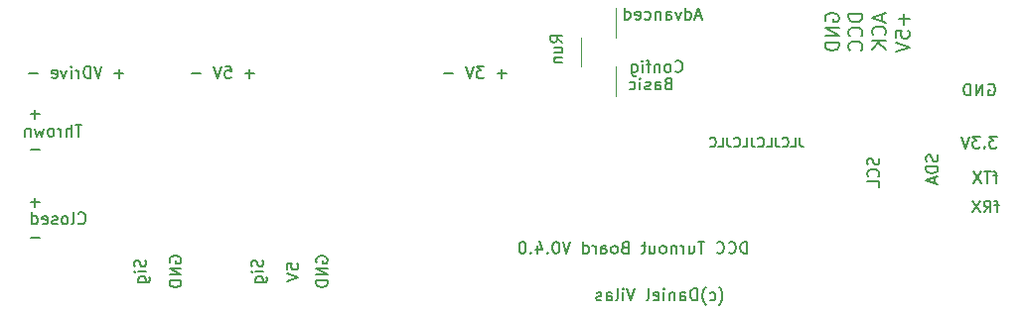
<source format=gbr>
G04 #@! TF.GenerationSoftware,KiCad,Pcbnew,5.1.10-88a1d61d58~90~ubuntu21.04.1*
G04 #@! TF.CreationDate,2021-10-08T15:28:45+02:00*
G04 #@! TF.ProjectId,DccDecoder,44636344-6563-46f6-9465-722e6b696361,rev?*
G04 #@! TF.SameCoordinates,Original*
G04 #@! TF.FileFunction,Legend,Bot*
G04 #@! TF.FilePolarity,Positive*
%FSLAX46Y46*%
G04 Gerber Fmt 4.6, Leading zero omitted, Abs format (unit mm)*
G04 Created by KiCad (PCBNEW 5.1.10-88a1d61d58~90~ubuntu21.04.1) date 2021-10-08 15:28:45*
%MOMM*%
%LPD*%
G01*
G04 APERTURE LIST*
%ADD10C,0.150000*%
%ADD11C,0.120000*%
%ADD12C,0.200000*%
%ADD13O,1.000000X1.000000*%
%ADD14R,1.000000X1.000000*%
%ADD15O,1.700000X1.700000*%
%ADD16R,1.700000X1.700000*%
%ADD17C,4.700000*%
%ADD18C,2.000000*%
%ADD19R,2.400000X2.400000*%
%ADD20C,2.400000*%
%ADD21O,1.700000X1.950000*%
G04 APERTURE END LIST*
D10*
X94190476Y-62952380D02*
X94190476Y-61952380D01*
X93952380Y-61952380D01*
X93809523Y-62000000D01*
X93714285Y-62095238D01*
X93666666Y-62190476D01*
X93619047Y-62380952D01*
X93619047Y-62523809D01*
X93666666Y-62714285D01*
X93714285Y-62809523D01*
X93809523Y-62904761D01*
X93952380Y-62952380D01*
X94190476Y-62952380D01*
X92619047Y-62857142D02*
X92666666Y-62904761D01*
X92809523Y-62952380D01*
X92904761Y-62952380D01*
X93047619Y-62904761D01*
X93142857Y-62809523D01*
X93190476Y-62714285D01*
X93238095Y-62523809D01*
X93238095Y-62380952D01*
X93190476Y-62190476D01*
X93142857Y-62095238D01*
X93047619Y-62000000D01*
X92904761Y-61952380D01*
X92809523Y-61952380D01*
X92666666Y-62000000D01*
X92619047Y-62047619D01*
X91619047Y-62857142D02*
X91666666Y-62904761D01*
X91809523Y-62952380D01*
X91904761Y-62952380D01*
X92047619Y-62904761D01*
X92142857Y-62809523D01*
X92190476Y-62714285D01*
X92238095Y-62523809D01*
X92238095Y-62380952D01*
X92190476Y-62190476D01*
X92142857Y-62095238D01*
X92047619Y-62000000D01*
X91904761Y-61952380D01*
X91809523Y-61952380D01*
X91666666Y-62000000D01*
X91619047Y-62047619D01*
X90571428Y-61952380D02*
X90000000Y-61952380D01*
X90285714Y-62952380D02*
X90285714Y-61952380D01*
X89238095Y-62285714D02*
X89238095Y-62952380D01*
X89666666Y-62285714D02*
X89666666Y-62809523D01*
X89619047Y-62904761D01*
X89523809Y-62952380D01*
X89380952Y-62952380D01*
X89285714Y-62904761D01*
X89238095Y-62857142D01*
X88761904Y-62952380D02*
X88761904Y-62285714D01*
X88761904Y-62476190D02*
X88714285Y-62380952D01*
X88666666Y-62333333D01*
X88571428Y-62285714D01*
X88476190Y-62285714D01*
X88142857Y-62285714D02*
X88142857Y-62952380D01*
X88142857Y-62380952D02*
X88095238Y-62333333D01*
X88000000Y-62285714D01*
X87857142Y-62285714D01*
X87761904Y-62333333D01*
X87714285Y-62428571D01*
X87714285Y-62952380D01*
X87095238Y-62952380D02*
X87190476Y-62904761D01*
X87238095Y-62857142D01*
X87285714Y-62761904D01*
X87285714Y-62476190D01*
X87238095Y-62380952D01*
X87190476Y-62333333D01*
X87095238Y-62285714D01*
X86952380Y-62285714D01*
X86857142Y-62333333D01*
X86809523Y-62380952D01*
X86761904Y-62476190D01*
X86761904Y-62761904D01*
X86809523Y-62857142D01*
X86857142Y-62904761D01*
X86952380Y-62952380D01*
X87095238Y-62952380D01*
X85904761Y-62285714D02*
X85904761Y-62952380D01*
X86333333Y-62285714D02*
X86333333Y-62809523D01*
X86285714Y-62904761D01*
X86190476Y-62952380D01*
X86047619Y-62952380D01*
X85952380Y-62904761D01*
X85904761Y-62857142D01*
X85571428Y-62285714D02*
X85190476Y-62285714D01*
X85428571Y-61952380D02*
X85428571Y-62809523D01*
X85380952Y-62904761D01*
X85285714Y-62952380D01*
X85190476Y-62952380D01*
X83761904Y-62428571D02*
X83619047Y-62476190D01*
X83571428Y-62523809D01*
X83523809Y-62619047D01*
X83523809Y-62761904D01*
X83571428Y-62857142D01*
X83619047Y-62904761D01*
X83714285Y-62952380D01*
X84095238Y-62952380D01*
X84095238Y-61952380D01*
X83761904Y-61952380D01*
X83666666Y-62000000D01*
X83619047Y-62047619D01*
X83571428Y-62142857D01*
X83571428Y-62238095D01*
X83619047Y-62333333D01*
X83666666Y-62380952D01*
X83761904Y-62428571D01*
X84095238Y-62428571D01*
X82952380Y-62952380D02*
X83047619Y-62904761D01*
X83095238Y-62857142D01*
X83142857Y-62761904D01*
X83142857Y-62476190D01*
X83095238Y-62380952D01*
X83047619Y-62333333D01*
X82952380Y-62285714D01*
X82809523Y-62285714D01*
X82714285Y-62333333D01*
X82666666Y-62380952D01*
X82619047Y-62476190D01*
X82619047Y-62761904D01*
X82666666Y-62857142D01*
X82714285Y-62904761D01*
X82809523Y-62952380D01*
X82952380Y-62952380D01*
X81761904Y-62952380D02*
X81761904Y-62428571D01*
X81809523Y-62333333D01*
X81904761Y-62285714D01*
X82095238Y-62285714D01*
X82190476Y-62333333D01*
X81761904Y-62904761D02*
X81857142Y-62952380D01*
X82095238Y-62952380D01*
X82190476Y-62904761D01*
X82238095Y-62809523D01*
X82238095Y-62714285D01*
X82190476Y-62619047D01*
X82095238Y-62571428D01*
X81857142Y-62571428D01*
X81761904Y-62523809D01*
X81285714Y-62952380D02*
X81285714Y-62285714D01*
X81285714Y-62476190D02*
X81238095Y-62380952D01*
X81190476Y-62333333D01*
X81095238Y-62285714D01*
X81000000Y-62285714D01*
X80238095Y-62952380D02*
X80238095Y-61952380D01*
X80238095Y-62904761D02*
X80333333Y-62952380D01*
X80523809Y-62952380D01*
X80619047Y-62904761D01*
X80666666Y-62857142D01*
X80714285Y-62761904D01*
X80714285Y-62476190D01*
X80666666Y-62380952D01*
X80619047Y-62333333D01*
X80523809Y-62285714D01*
X80333333Y-62285714D01*
X80238095Y-62333333D01*
X79142857Y-61952380D02*
X78809523Y-62952380D01*
X78476190Y-61952380D01*
X77952380Y-61952380D02*
X77857142Y-61952380D01*
X77761904Y-62000000D01*
X77714285Y-62047619D01*
X77666666Y-62142857D01*
X77619047Y-62333333D01*
X77619047Y-62571428D01*
X77666666Y-62761904D01*
X77714285Y-62857142D01*
X77761904Y-62904761D01*
X77857142Y-62952380D01*
X77952380Y-62952380D01*
X78047619Y-62904761D01*
X78095238Y-62857142D01*
X78142857Y-62761904D01*
X78190476Y-62571428D01*
X78190476Y-62333333D01*
X78142857Y-62142857D01*
X78095238Y-62047619D01*
X78047619Y-62000000D01*
X77952380Y-61952380D01*
X77190476Y-62857142D02*
X77142857Y-62904761D01*
X77190476Y-62952380D01*
X77238095Y-62904761D01*
X77190476Y-62857142D01*
X77190476Y-62952380D01*
X76285714Y-62285714D02*
X76285714Y-62952380D01*
X76523809Y-61904761D02*
X76761904Y-62619047D01*
X76142857Y-62619047D01*
X75761904Y-62857142D02*
X75714285Y-62904761D01*
X75761904Y-62952380D01*
X75809523Y-62904761D01*
X75761904Y-62857142D01*
X75761904Y-62952380D01*
X75095238Y-61952380D02*
X75000000Y-61952380D01*
X74904761Y-62000000D01*
X74857142Y-62047619D01*
X74809523Y-62142857D01*
X74761904Y-62333333D01*
X74761904Y-62571428D01*
X74809523Y-62761904D01*
X74857142Y-62857142D01*
X74904761Y-62904761D01*
X75000000Y-62952380D01*
X75095238Y-62952380D01*
X75190476Y-62904761D01*
X75238095Y-62857142D01*
X75285714Y-62761904D01*
X75333333Y-62571428D01*
X75333333Y-62333333D01*
X75285714Y-62142857D01*
X75238095Y-62047619D01*
X75190476Y-62000000D01*
X75095238Y-61952380D01*
X105404761Y-54809523D02*
X105452380Y-54952380D01*
X105452380Y-55190476D01*
X105404761Y-55285714D01*
X105357142Y-55333333D01*
X105261904Y-55380952D01*
X105166666Y-55380952D01*
X105071428Y-55333333D01*
X105023809Y-55285714D01*
X104976190Y-55190476D01*
X104928571Y-55000000D01*
X104880952Y-54904761D01*
X104833333Y-54857142D01*
X104738095Y-54809523D01*
X104642857Y-54809523D01*
X104547619Y-54857142D01*
X104500000Y-54904761D01*
X104452380Y-55000000D01*
X104452380Y-55238095D01*
X104500000Y-55380952D01*
X105357142Y-56380952D02*
X105404761Y-56333333D01*
X105452380Y-56190476D01*
X105452380Y-56095238D01*
X105404761Y-55952380D01*
X105309523Y-55857142D01*
X105214285Y-55809523D01*
X105023809Y-55761904D01*
X104880952Y-55761904D01*
X104690476Y-55809523D01*
X104595238Y-55857142D01*
X104500000Y-55952380D01*
X104452380Y-56095238D01*
X104452380Y-56190476D01*
X104500000Y-56333333D01*
X104547619Y-56380952D01*
X105452380Y-57285714D02*
X105452380Y-56809523D01*
X104452380Y-56809523D01*
X110404761Y-54535714D02*
X110452380Y-54678571D01*
X110452380Y-54916666D01*
X110404761Y-55011904D01*
X110357142Y-55059523D01*
X110261904Y-55107142D01*
X110166666Y-55107142D01*
X110071428Y-55059523D01*
X110023809Y-55011904D01*
X109976190Y-54916666D01*
X109928571Y-54726190D01*
X109880952Y-54630952D01*
X109833333Y-54583333D01*
X109738095Y-54535714D01*
X109642857Y-54535714D01*
X109547619Y-54583333D01*
X109500000Y-54630952D01*
X109452380Y-54726190D01*
X109452380Y-54964285D01*
X109500000Y-55107142D01*
X110452380Y-55535714D02*
X109452380Y-55535714D01*
X109452380Y-55773809D01*
X109500000Y-55916666D01*
X109595238Y-56011904D01*
X109690476Y-56059523D01*
X109880952Y-56107142D01*
X110023809Y-56107142D01*
X110214285Y-56059523D01*
X110309523Y-56011904D01*
X110404761Y-55916666D01*
X110452380Y-55773809D01*
X110452380Y-55535714D01*
X110166666Y-56488095D02*
X110166666Y-56964285D01*
X110452380Y-56392857D02*
X109452380Y-56726190D01*
X110452380Y-57059523D01*
X88071428Y-47357142D02*
X88119047Y-47404761D01*
X88261904Y-47452380D01*
X88357142Y-47452380D01*
X88500000Y-47404761D01*
X88595238Y-47309523D01*
X88642857Y-47214285D01*
X88690476Y-47023809D01*
X88690476Y-46880952D01*
X88642857Y-46690476D01*
X88595238Y-46595238D01*
X88500000Y-46500000D01*
X88357142Y-46452380D01*
X88261904Y-46452380D01*
X88119047Y-46500000D01*
X88071428Y-46547619D01*
X87499999Y-47452380D02*
X87595238Y-47404761D01*
X87642857Y-47357142D01*
X87690476Y-47261904D01*
X87690476Y-46976190D01*
X87642857Y-46880952D01*
X87595238Y-46833333D01*
X87499999Y-46785714D01*
X87357142Y-46785714D01*
X87261904Y-46833333D01*
X87214285Y-46880952D01*
X87166666Y-46976190D01*
X87166666Y-47261904D01*
X87214285Y-47357142D01*
X87261904Y-47404761D01*
X87357142Y-47452380D01*
X87499999Y-47452380D01*
X86738095Y-46785714D02*
X86738095Y-47452380D01*
X86738095Y-46880952D02*
X86690476Y-46833333D01*
X86595238Y-46785714D01*
X86452380Y-46785714D01*
X86357142Y-46833333D01*
X86309523Y-46928571D01*
X86309523Y-47452380D01*
X85976190Y-46785714D02*
X85595238Y-46785714D01*
X85833333Y-47452380D02*
X85833333Y-46595238D01*
X85785714Y-46500000D01*
X85690476Y-46452380D01*
X85595238Y-46452380D01*
X85261904Y-47452380D02*
X85261904Y-46785714D01*
X85261904Y-46452380D02*
X85309523Y-46500000D01*
X85261904Y-46547619D01*
X85214285Y-46500000D01*
X85261904Y-46452380D01*
X85261904Y-46547619D01*
X84357142Y-46785714D02*
X84357142Y-47595238D01*
X84404761Y-47690476D01*
X84452380Y-47738095D01*
X84547619Y-47785714D01*
X84690476Y-47785714D01*
X84785714Y-47738095D01*
X84357142Y-47404761D02*
X84452380Y-47452380D01*
X84642857Y-47452380D01*
X84738095Y-47404761D01*
X84785714Y-47357142D01*
X84833333Y-47261904D01*
X84833333Y-46976190D01*
X84785714Y-46880952D01*
X84738095Y-46833333D01*
X84642857Y-46785714D01*
X84452380Y-46785714D01*
X84357142Y-46833333D01*
X90285714Y-42666666D02*
X89809523Y-42666666D01*
X90380952Y-42952380D02*
X90047619Y-41952380D01*
X89714285Y-42952380D01*
X88952380Y-42952380D02*
X88952380Y-41952380D01*
X88952380Y-42904761D02*
X89047619Y-42952380D01*
X89238095Y-42952380D01*
X89333333Y-42904761D01*
X89380952Y-42857142D01*
X89428571Y-42761904D01*
X89428571Y-42476190D01*
X89380952Y-42380952D01*
X89333333Y-42333333D01*
X89238095Y-42285714D01*
X89047619Y-42285714D01*
X88952380Y-42333333D01*
X88571428Y-42285714D02*
X88333333Y-42952380D01*
X88095238Y-42285714D01*
X87285714Y-42952380D02*
X87285714Y-42428571D01*
X87333333Y-42333333D01*
X87428571Y-42285714D01*
X87619047Y-42285714D01*
X87714285Y-42333333D01*
X87285714Y-42904761D02*
X87380952Y-42952380D01*
X87619047Y-42952380D01*
X87714285Y-42904761D01*
X87761904Y-42809523D01*
X87761904Y-42714285D01*
X87714285Y-42619047D01*
X87619047Y-42571428D01*
X87380952Y-42571428D01*
X87285714Y-42523809D01*
X86809523Y-42285714D02*
X86809523Y-42952380D01*
X86809523Y-42380952D02*
X86761904Y-42333333D01*
X86666666Y-42285714D01*
X86523809Y-42285714D01*
X86428571Y-42333333D01*
X86380952Y-42428571D01*
X86380952Y-42952380D01*
X85476190Y-42904761D02*
X85571428Y-42952380D01*
X85761904Y-42952380D01*
X85857142Y-42904761D01*
X85904761Y-42857142D01*
X85952380Y-42761904D01*
X85952380Y-42476190D01*
X85904761Y-42380952D01*
X85857142Y-42333333D01*
X85761904Y-42285714D01*
X85571428Y-42285714D01*
X85476190Y-42333333D01*
X84666666Y-42904761D02*
X84761904Y-42952380D01*
X84952380Y-42952380D01*
X85047619Y-42904761D01*
X85095238Y-42809523D01*
X85095238Y-42428571D01*
X85047619Y-42333333D01*
X84952380Y-42285714D01*
X84761904Y-42285714D01*
X84666666Y-42333333D01*
X84619047Y-42428571D01*
X84619047Y-42523809D01*
X85095238Y-42619047D01*
X83761904Y-42952380D02*
X83761904Y-41952380D01*
X83761904Y-42904761D02*
X83857142Y-42952380D01*
X84047619Y-42952380D01*
X84142857Y-42904761D01*
X84190476Y-42857142D01*
X84238095Y-42761904D01*
X84238095Y-42476190D01*
X84190476Y-42380952D01*
X84142857Y-42333333D01*
X84047619Y-42285714D01*
X83857142Y-42285714D01*
X83761904Y-42333333D01*
X87452380Y-48428571D02*
X87309523Y-48476190D01*
X87261904Y-48523809D01*
X87214285Y-48619047D01*
X87214285Y-48761904D01*
X87261904Y-48857142D01*
X87309523Y-48904761D01*
X87404761Y-48952380D01*
X87785714Y-48952380D01*
X87785714Y-47952380D01*
X87452380Y-47952380D01*
X87357142Y-48000000D01*
X87309523Y-48047619D01*
X87261904Y-48142857D01*
X87261904Y-48238095D01*
X87309523Y-48333333D01*
X87357142Y-48380952D01*
X87452380Y-48428571D01*
X87785714Y-48428571D01*
X86357142Y-48952380D02*
X86357142Y-48428571D01*
X86404761Y-48333333D01*
X86500000Y-48285714D01*
X86690476Y-48285714D01*
X86785714Y-48333333D01*
X86357142Y-48904761D02*
X86452380Y-48952380D01*
X86690476Y-48952380D01*
X86785714Y-48904761D01*
X86833333Y-48809523D01*
X86833333Y-48714285D01*
X86785714Y-48619047D01*
X86690476Y-48571428D01*
X86452380Y-48571428D01*
X86357142Y-48523809D01*
X85928571Y-48904761D02*
X85833333Y-48952380D01*
X85642857Y-48952380D01*
X85547619Y-48904761D01*
X85500000Y-48809523D01*
X85500000Y-48761904D01*
X85547619Y-48666666D01*
X85642857Y-48619047D01*
X85785714Y-48619047D01*
X85880952Y-48571428D01*
X85928571Y-48476190D01*
X85928571Y-48428571D01*
X85880952Y-48333333D01*
X85785714Y-48285714D01*
X85642857Y-48285714D01*
X85547619Y-48333333D01*
X85071428Y-48952380D02*
X85071428Y-48285714D01*
X85071428Y-47952380D02*
X85119047Y-48000000D01*
X85071428Y-48047619D01*
X85023809Y-48000000D01*
X85071428Y-47952380D01*
X85071428Y-48047619D01*
X84166666Y-48904761D02*
X84261904Y-48952380D01*
X84452380Y-48952380D01*
X84547619Y-48904761D01*
X84595238Y-48857142D01*
X84642857Y-48761904D01*
X84642857Y-48476190D01*
X84595238Y-48380952D01*
X84547619Y-48333333D01*
X84452380Y-48285714D01*
X84261904Y-48285714D01*
X84166666Y-48333333D01*
X78452380Y-44904761D02*
X77976190Y-44571428D01*
X78452380Y-44333333D02*
X77452380Y-44333333D01*
X77452380Y-44714285D01*
X77500000Y-44809523D01*
X77547619Y-44857142D01*
X77642857Y-44904761D01*
X77785714Y-44904761D01*
X77880952Y-44857142D01*
X77928571Y-44809523D01*
X77976190Y-44714285D01*
X77976190Y-44333333D01*
X77785714Y-45761904D02*
X78452380Y-45761904D01*
X77785714Y-45333333D02*
X78309523Y-45333333D01*
X78404761Y-45380952D01*
X78452380Y-45476190D01*
X78452380Y-45619047D01*
X78404761Y-45714285D01*
X78357142Y-45761904D01*
X77785714Y-46238095D02*
X78452380Y-46238095D01*
X77880952Y-46238095D02*
X77833333Y-46285714D01*
X77785714Y-46380952D01*
X77785714Y-46523809D01*
X77833333Y-46619047D01*
X77928571Y-46666666D01*
X78452380Y-46666666D01*
D11*
X83000000Y-47000000D02*
X83000000Y-49500000D01*
X83000000Y-42000000D02*
X83000000Y-44500000D01*
X80000000Y-44500000D02*
X80000000Y-47000000D01*
D10*
X33880952Y-61571428D02*
X33119047Y-61571428D01*
X33880952Y-51071428D02*
X33119047Y-51071428D01*
X33500000Y-51452380D02*
X33500000Y-50690476D01*
X33880952Y-54071428D02*
X33119047Y-54071428D01*
X37476190Y-51952380D02*
X36904761Y-51952380D01*
X37190476Y-52952380D02*
X37190476Y-51952380D01*
X36571428Y-52952380D02*
X36571428Y-51952380D01*
X36142857Y-52952380D02*
X36142857Y-52428571D01*
X36190476Y-52333333D01*
X36285714Y-52285714D01*
X36428571Y-52285714D01*
X36523809Y-52333333D01*
X36571428Y-52380952D01*
X35666666Y-52952380D02*
X35666666Y-52285714D01*
X35666666Y-52476190D02*
X35619047Y-52380952D01*
X35571428Y-52333333D01*
X35476190Y-52285714D01*
X35380952Y-52285714D01*
X34904761Y-52952380D02*
X35000000Y-52904761D01*
X35047619Y-52857142D01*
X35095238Y-52761904D01*
X35095238Y-52476190D01*
X35047619Y-52380952D01*
X35000000Y-52333333D01*
X34904761Y-52285714D01*
X34761904Y-52285714D01*
X34666666Y-52333333D01*
X34619047Y-52380952D01*
X34571428Y-52476190D01*
X34571428Y-52761904D01*
X34619047Y-52857142D01*
X34666666Y-52904761D01*
X34761904Y-52952380D01*
X34904761Y-52952380D01*
X34238095Y-52285714D02*
X34047619Y-52952380D01*
X33857142Y-52476190D01*
X33666666Y-52952380D01*
X33476190Y-52285714D01*
X33095238Y-52285714D02*
X33095238Y-52952380D01*
X33095238Y-52380952D02*
X33047619Y-52333333D01*
X32952380Y-52285714D01*
X32809523Y-52285714D01*
X32714285Y-52333333D01*
X32666666Y-52428571D01*
X32666666Y-52952380D01*
X37190476Y-60357142D02*
X37238095Y-60404761D01*
X37380952Y-60452380D01*
X37476190Y-60452380D01*
X37619047Y-60404761D01*
X37714285Y-60309523D01*
X37761904Y-60214285D01*
X37809523Y-60023809D01*
X37809523Y-59880952D01*
X37761904Y-59690476D01*
X37714285Y-59595238D01*
X37619047Y-59500000D01*
X37476190Y-59452380D01*
X37380952Y-59452380D01*
X37238095Y-59500000D01*
X37190476Y-59547619D01*
X36619047Y-60452380D02*
X36714285Y-60404761D01*
X36761904Y-60309523D01*
X36761904Y-59452380D01*
X36095238Y-60452380D02*
X36190476Y-60404761D01*
X36238095Y-60357142D01*
X36285714Y-60261904D01*
X36285714Y-59976190D01*
X36238095Y-59880952D01*
X36190476Y-59833333D01*
X36095238Y-59785714D01*
X35952380Y-59785714D01*
X35857142Y-59833333D01*
X35809523Y-59880952D01*
X35761904Y-59976190D01*
X35761904Y-60261904D01*
X35809523Y-60357142D01*
X35857142Y-60404761D01*
X35952380Y-60452380D01*
X36095238Y-60452380D01*
X35380952Y-60404761D02*
X35285714Y-60452380D01*
X35095238Y-60452380D01*
X35000000Y-60404761D01*
X34952380Y-60309523D01*
X34952380Y-60261904D01*
X35000000Y-60166666D01*
X35095238Y-60119047D01*
X35238095Y-60119047D01*
X35333333Y-60071428D01*
X35380952Y-59976190D01*
X35380952Y-59928571D01*
X35333333Y-59833333D01*
X35238095Y-59785714D01*
X35095238Y-59785714D01*
X35000000Y-59833333D01*
X34142857Y-60404761D02*
X34238095Y-60452380D01*
X34428571Y-60452380D01*
X34523809Y-60404761D01*
X34571428Y-60309523D01*
X34571428Y-59928571D01*
X34523809Y-59833333D01*
X34428571Y-59785714D01*
X34238095Y-59785714D01*
X34142857Y-59833333D01*
X34095238Y-59928571D01*
X34095238Y-60023809D01*
X34571428Y-60119047D01*
X33238095Y-60452380D02*
X33238095Y-59452380D01*
X33238095Y-60404761D02*
X33333333Y-60452380D01*
X33523809Y-60452380D01*
X33619047Y-60404761D01*
X33666666Y-60357142D01*
X33714285Y-60261904D01*
X33714285Y-59976190D01*
X33666666Y-59880952D01*
X33619047Y-59833333D01*
X33523809Y-59785714D01*
X33333333Y-59785714D01*
X33238095Y-59833333D01*
X33880952Y-58571428D02*
X33119047Y-58571428D01*
X33500000Y-58952380D02*
X33500000Y-58190476D01*
X45000000Y-63738095D02*
X44952380Y-63642857D01*
X44952380Y-63500000D01*
X45000000Y-63357142D01*
X45095238Y-63261904D01*
X45190476Y-63214285D01*
X45380952Y-63166666D01*
X45523809Y-63166666D01*
X45714285Y-63214285D01*
X45809523Y-63261904D01*
X45904761Y-63357142D01*
X45952380Y-63500000D01*
X45952380Y-63595238D01*
X45904761Y-63738095D01*
X45857142Y-63785714D01*
X45523809Y-63785714D01*
X45523809Y-63595238D01*
X45952380Y-64214285D02*
X44952380Y-64214285D01*
X45952380Y-64785714D01*
X44952380Y-64785714D01*
X45952380Y-65261904D02*
X44952380Y-65261904D01*
X44952380Y-65500000D01*
X45000000Y-65642857D01*
X45095238Y-65738095D01*
X45190476Y-65785714D01*
X45380952Y-65833333D01*
X45523809Y-65833333D01*
X45714285Y-65785714D01*
X45809523Y-65738095D01*
X45904761Y-65642857D01*
X45952380Y-65500000D01*
X45952380Y-65261904D01*
X42904761Y-63523809D02*
X42952380Y-63666666D01*
X42952380Y-63904761D01*
X42904761Y-64000000D01*
X42857142Y-64047619D01*
X42761904Y-64095238D01*
X42666666Y-64095238D01*
X42571428Y-64047619D01*
X42523809Y-64000000D01*
X42476190Y-63904761D01*
X42428571Y-63714285D01*
X42380952Y-63619047D01*
X42333333Y-63571428D01*
X42238095Y-63523809D01*
X42142857Y-63523809D01*
X42047619Y-63571428D01*
X42000000Y-63619047D01*
X41952380Y-63714285D01*
X41952380Y-63952380D01*
X42000000Y-64095238D01*
X42952380Y-64523809D02*
X42285714Y-64523809D01*
X41952380Y-64523809D02*
X42000000Y-64476190D01*
X42047619Y-64523809D01*
X42000000Y-64571428D01*
X41952380Y-64523809D01*
X42047619Y-64523809D01*
X42285714Y-65428571D02*
X43095238Y-65428571D01*
X43190476Y-65380952D01*
X43238095Y-65333333D01*
X43285714Y-65238095D01*
X43285714Y-65095238D01*
X43238095Y-65000000D01*
X42904761Y-65428571D02*
X42952380Y-65333333D01*
X42952380Y-65142857D01*
X42904761Y-65047619D01*
X42857142Y-65000000D01*
X42761904Y-64952380D01*
X42476190Y-64952380D01*
X42380952Y-65000000D01*
X42333333Y-65047619D01*
X42285714Y-65142857D01*
X42285714Y-65333333D01*
X42333333Y-65428571D01*
X52904761Y-63523809D02*
X52952380Y-63666666D01*
X52952380Y-63904761D01*
X52904761Y-64000000D01*
X52857142Y-64047619D01*
X52761904Y-64095238D01*
X52666666Y-64095238D01*
X52571428Y-64047619D01*
X52523809Y-64000000D01*
X52476190Y-63904761D01*
X52428571Y-63714285D01*
X52380952Y-63619047D01*
X52333333Y-63571428D01*
X52238095Y-63523809D01*
X52142857Y-63523809D01*
X52047619Y-63571428D01*
X52000000Y-63619047D01*
X51952380Y-63714285D01*
X51952380Y-63952380D01*
X52000000Y-64095238D01*
X52952380Y-64523809D02*
X52285714Y-64523809D01*
X51952380Y-64523809D02*
X52000000Y-64476190D01*
X52047619Y-64523809D01*
X52000000Y-64571428D01*
X51952380Y-64523809D01*
X52047619Y-64523809D01*
X52285714Y-65428571D02*
X53095238Y-65428571D01*
X53190476Y-65380952D01*
X53238095Y-65333333D01*
X53285714Y-65238095D01*
X53285714Y-65095238D01*
X53238095Y-65000000D01*
X52904761Y-65428571D02*
X52952380Y-65333333D01*
X52952380Y-65142857D01*
X52904761Y-65047619D01*
X52857142Y-65000000D01*
X52761904Y-64952380D01*
X52476190Y-64952380D01*
X52380952Y-65000000D01*
X52333333Y-65047619D01*
X52285714Y-65142857D01*
X52285714Y-65333333D01*
X52333333Y-65428571D01*
X54952380Y-64309523D02*
X54952380Y-63833333D01*
X55428571Y-63785714D01*
X55380952Y-63833333D01*
X55333333Y-63928571D01*
X55333333Y-64166666D01*
X55380952Y-64261904D01*
X55428571Y-64309523D01*
X55523809Y-64357142D01*
X55761904Y-64357142D01*
X55857142Y-64309523D01*
X55904761Y-64261904D01*
X55952380Y-64166666D01*
X55952380Y-63928571D01*
X55904761Y-63833333D01*
X55857142Y-63785714D01*
X54952380Y-64642857D02*
X55952380Y-64976190D01*
X54952380Y-65309523D01*
X57500000Y-63738095D02*
X57452380Y-63642857D01*
X57452380Y-63500000D01*
X57500000Y-63357142D01*
X57595238Y-63261904D01*
X57690476Y-63214285D01*
X57880952Y-63166666D01*
X58023809Y-63166666D01*
X58214285Y-63214285D01*
X58309523Y-63261904D01*
X58404761Y-63357142D01*
X58452380Y-63500000D01*
X58452380Y-63595238D01*
X58404761Y-63738095D01*
X58357142Y-63785714D01*
X58023809Y-63785714D01*
X58023809Y-63595238D01*
X58452380Y-64214285D02*
X57452380Y-64214285D01*
X58452380Y-64785714D01*
X57452380Y-64785714D01*
X58452380Y-65261904D02*
X57452380Y-65261904D01*
X57452380Y-65500000D01*
X57500000Y-65642857D01*
X57595238Y-65738095D01*
X57690476Y-65785714D01*
X57880952Y-65833333D01*
X58023809Y-65833333D01*
X58214285Y-65785714D01*
X58309523Y-65738095D01*
X58404761Y-65642857D01*
X58452380Y-65500000D01*
X58452380Y-65261904D01*
X91821428Y-67333333D02*
X91869047Y-67285714D01*
X91964285Y-67142857D01*
X92011904Y-67047619D01*
X92059523Y-66904761D01*
X92107142Y-66666666D01*
X92107142Y-66476190D01*
X92059523Y-66238095D01*
X92011904Y-66095238D01*
X91964285Y-66000000D01*
X91869047Y-65857142D01*
X91821428Y-65809523D01*
X91011904Y-66904761D02*
X91107142Y-66952380D01*
X91297619Y-66952380D01*
X91392857Y-66904761D01*
X91440476Y-66857142D01*
X91488095Y-66761904D01*
X91488095Y-66476190D01*
X91440476Y-66380952D01*
X91392857Y-66333333D01*
X91297619Y-66285714D01*
X91107142Y-66285714D01*
X91011904Y-66333333D01*
X90678571Y-67333333D02*
X90630952Y-67285714D01*
X90535714Y-67142857D01*
X90488095Y-67047619D01*
X90440476Y-66904761D01*
X90392857Y-66666666D01*
X90392857Y-66476190D01*
X90440476Y-66238095D01*
X90488095Y-66095238D01*
X90535714Y-66000000D01*
X90630952Y-65857142D01*
X90678571Y-65809523D01*
X89916666Y-66952380D02*
X89916666Y-65952380D01*
X89678571Y-65952380D01*
X89535714Y-66000000D01*
X89440476Y-66095238D01*
X89392857Y-66190476D01*
X89345238Y-66380952D01*
X89345238Y-66523809D01*
X89392857Y-66714285D01*
X89440476Y-66809523D01*
X89535714Y-66904761D01*
X89678571Y-66952380D01*
X89916666Y-66952380D01*
X88488095Y-66952380D02*
X88488095Y-66428571D01*
X88535714Y-66333333D01*
X88630952Y-66285714D01*
X88821428Y-66285714D01*
X88916666Y-66333333D01*
X88488095Y-66904761D02*
X88583333Y-66952380D01*
X88821428Y-66952380D01*
X88916666Y-66904761D01*
X88964285Y-66809523D01*
X88964285Y-66714285D01*
X88916666Y-66619047D01*
X88821428Y-66571428D01*
X88583333Y-66571428D01*
X88488095Y-66523809D01*
X88011904Y-66285714D02*
X88011904Y-66952380D01*
X88011904Y-66380952D02*
X87964285Y-66333333D01*
X87869047Y-66285714D01*
X87726190Y-66285714D01*
X87630952Y-66333333D01*
X87583333Y-66428571D01*
X87583333Y-66952380D01*
X87107142Y-66952380D02*
X87107142Y-66285714D01*
X87107142Y-65952380D02*
X87154761Y-66000000D01*
X87107142Y-66047619D01*
X87059523Y-66000000D01*
X87107142Y-65952380D01*
X87107142Y-66047619D01*
X86250000Y-66904761D02*
X86345238Y-66952380D01*
X86535714Y-66952380D01*
X86630952Y-66904761D01*
X86678571Y-66809523D01*
X86678571Y-66428571D01*
X86630952Y-66333333D01*
X86535714Y-66285714D01*
X86345238Y-66285714D01*
X86250000Y-66333333D01*
X86202380Y-66428571D01*
X86202380Y-66523809D01*
X86678571Y-66619047D01*
X85630952Y-66952380D02*
X85726190Y-66904761D01*
X85773809Y-66809523D01*
X85773809Y-65952380D01*
X84630952Y-65952380D02*
X84297619Y-66952380D01*
X83964285Y-65952380D01*
X83630952Y-66952380D02*
X83630952Y-66285714D01*
X83630952Y-65952380D02*
X83678571Y-66000000D01*
X83630952Y-66047619D01*
X83583333Y-66000000D01*
X83630952Y-65952380D01*
X83630952Y-66047619D01*
X83011904Y-66952380D02*
X83107142Y-66904761D01*
X83154761Y-66809523D01*
X83154761Y-65952380D01*
X82202380Y-66952380D02*
X82202380Y-66428571D01*
X82250000Y-66333333D01*
X82345238Y-66285714D01*
X82535714Y-66285714D01*
X82630952Y-66333333D01*
X82202380Y-66904761D02*
X82297619Y-66952380D01*
X82535714Y-66952380D01*
X82630952Y-66904761D01*
X82678571Y-66809523D01*
X82678571Y-66714285D01*
X82630952Y-66619047D01*
X82535714Y-66571428D01*
X82297619Y-66571428D01*
X82202380Y-66523809D01*
X81773809Y-66904761D02*
X81678571Y-66952380D01*
X81488095Y-66952380D01*
X81392857Y-66904761D01*
X81345238Y-66809523D01*
X81345238Y-66761904D01*
X81392857Y-66666666D01*
X81488095Y-66619047D01*
X81630952Y-66619047D01*
X81726190Y-66571428D01*
X81773809Y-66476190D01*
X81773809Y-66428571D01*
X81726190Y-66333333D01*
X81630952Y-66285714D01*
X81488095Y-66285714D01*
X81392857Y-66333333D01*
X114761904Y-48500000D02*
X114857142Y-48452380D01*
X115000000Y-48452380D01*
X115142857Y-48500000D01*
X115238095Y-48595238D01*
X115285714Y-48690476D01*
X115333333Y-48880952D01*
X115333333Y-49023809D01*
X115285714Y-49214285D01*
X115238095Y-49309523D01*
X115142857Y-49404761D01*
X115000000Y-49452380D01*
X114904761Y-49452380D01*
X114761904Y-49404761D01*
X114714285Y-49357142D01*
X114714285Y-49023809D01*
X114904761Y-49023809D01*
X114285714Y-49452380D02*
X114285714Y-48452380D01*
X113714285Y-49452380D01*
X113714285Y-48452380D01*
X113238095Y-49452380D02*
X113238095Y-48452380D01*
X113000000Y-48452380D01*
X112857142Y-48500000D01*
X112761904Y-48595238D01*
X112714285Y-48690476D01*
X112666666Y-48880952D01*
X112666666Y-49023809D01*
X112714285Y-49214285D01*
X112761904Y-49309523D01*
X112857142Y-49404761D01*
X113000000Y-49452380D01*
X113238095Y-49452380D01*
X115476190Y-52952380D02*
X114857142Y-52952380D01*
X115190476Y-53333333D01*
X115047619Y-53333333D01*
X114952380Y-53380952D01*
X114904761Y-53428571D01*
X114857142Y-53523809D01*
X114857142Y-53761904D01*
X114904761Y-53857142D01*
X114952380Y-53904761D01*
X115047619Y-53952380D01*
X115333333Y-53952380D01*
X115428571Y-53904761D01*
X115476190Y-53857142D01*
X114428571Y-53857142D02*
X114380952Y-53904761D01*
X114428571Y-53952380D01*
X114476190Y-53904761D01*
X114428571Y-53857142D01*
X114428571Y-53952380D01*
X114047619Y-52952380D02*
X113428571Y-52952380D01*
X113761904Y-53333333D01*
X113619047Y-53333333D01*
X113523809Y-53380952D01*
X113476190Y-53428571D01*
X113428571Y-53523809D01*
X113428571Y-53761904D01*
X113476190Y-53857142D01*
X113523809Y-53904761D01*
X113619047Y-53952380D01*
X113904761Y-53952380D01*
X114000000Y-53904761D01*
X114047619Y-53857142D01*
X113142857Y-52952380D02*
X112809523Y-53952380D01*
X112476190Y-52952380D01*
X115666666Y-58785714D02*
X115285714Y-58785714D01*
X115523809Y-59452380D02*
X115523809Y-58595238D01*
X115476190Y-58500000D01*
X115380952Y-58452380D01*
X115285714Y-58452380D01*
X114380952Y-59452380D02*
X114714285Y-58976190D01*
X114952380Y-59452380D02*
X114952380Y-58452380D01*
X114571428Y-58452380D01*
X114476190Y-58500000D01*
X114428571Y-58547619D01*
X114380952Y-58642857D01*
X114380952Y-58785714D01*
X114428571Y-58880952D01*
X114476190Y-58928571D01*
X114571428Y-58976190D01*
X114952380Y-58976190D01*
X114047619Y-58452380D02*
X113380952Y-59452380D01*
X113380952Y-58452380D02*
X114047619Y-59452380D01*
X115547619Y-56285714D02*
X115166666Y-56285714D01*
X115404761Y-56952380D02*
X115404761Y-56095238D01*
X115357142Y-56000000D01*
X115261904Y-55952380D01*
X115166666Y-55952380D01*
X114976190Y-55952380D02*
X114404761Y-55952380D01*
X114690476Y-56952380D02*
X114690476Y-55952380D01*
X114166666Y-55952380D02*
X113500000Y-56952380D01*
X113500000Y-55952380D02*
X114166666Y-56952380D01*
D12*
X100900000Y-43085714D02*
X100842857Y-42971428D01*
X100842857Y-42800000D01*
X100900000Y-42628571D01*
X101014285Y-42514285D01*
X101128571Y-42457142D01*
X101357142Y-42400000D01*
X101528571Y-42400000D01*
X101757142Y-42457142D01*
X101871428Y-42514285D01*
X101985714Y-42628571D01*
X102042857Y-42800000D01*
X102042857Y-42914285D01*
X101985714Y-43085714D01*
X101928571Y-43142857D01*
X101528571Y-43142857D01*
X101528571Y-42914285D01*
X102042857Y-43657142D02*
X100842857Y-43657142D01*
X102042857Y-44342857D01*
X100842857Y-44342857D01*
X102042857Y-44914285D02*
X100842857Y-44914285D01*
X100842857Y-45200000D01*
X100900000Y-45371428D01*
X101014285Y-45485714D01*
X101128571Y-45542857D01*
X101357142Y-45600000D01*
X101528571Y-45600000D01*
X101757142Y-45542857D01*
X101871428Y-45485714D01*
X101985714Y-45371428D01*
X102042857Y-45200000D01*
X102042857Y-44914285D01*
X104042857Y-42485714D02*
X102842857Y-42485714D01*
X102842857Y-42771428D01*
X102900000Y-42942857D01*
X103014285Y-43057142D01*
X103128571Y-43114285D01*
X103357142Y-43171428D01*
X103528571Y-43171428D01*
X103757142Y-43114285D01*
X103871428Y-43057142D01*
X103985714Y-42942857D01*
X104042857Y-42771428D01*
X104042857Y-42485714D01*
X103928571Y-44371428D02*
X103985714Y-44314285D01*
X104042857Y-44142857D01*
X104042857Y-44028571D01*
X103985714Y-43857142D01*
X103871428Y-43742857D01*
X103757142Y-43685714D01*
X103528571Y-43628571D01*
X103357142Y-43628571D01*
X103128571Y-43685714D01*
X103014285Y-43742857D01*
X102900000Y-43857142D01*
X102842857Y-44028571D01*
X102842857Y-44142857D01*
X102900000Y-44314285D01*
X102957142Y-44371428D01*
X103928571Y-45571428D02*
X103985714Y-45514285D01*
X104042857Y-45342857D01*
X104042857Y-45228571D01*
X103985714Y-45057142D01*
X103871428Y-44942857D01*
X103757142Y-44885714D01*
X103528571Y-44828571D01*
X103357142Y-44828571D01*
X103128571Y-44885714D01*
X103014285Y-44942857D01*
X102900000Y-45057142D01*
X102842857Y-45228571D01*
X102842857Y-45342857D01*
X102900000Y-45514285D01*
X102957142Y-45571428D01*
X105700000Y-42514285D02*
X105700000Y-43085714D01*
X106042857Y-42400000D02*
X104842857Y-42800000D01*
X106042857Y-43200000D01*
X105928571Y-44285714D02*
X105985714Y-44228571D01*
X106042857Y-44057142D01*
X106042857Y-43942857D01*
X105985714Y-43771428D01*
X105871428Y-43657142D01*
X105757142Y-43600000D01*
X105528571Y-43542857D01*
X105357142Y-43542857D01*
X105128571Y-43600000D01*
X105014285Y-43657142D01*
X104900000Y-43771428D01*
X104842857Y-43942857D01*
X104842857Y-44057142D01*
X104900000Y-44228571D01*
X104957142Y-44285714D01*
X106042857Y-44800000D02*
X104842857Y-44800000D01*
X106042857Y-45485714D02*
X105357142Y-44971428D01*
X104842857Y-45485714D02*
X105528571Y-44800000D01*
X107585714Y-42457142D02*
X107585714Y-43371428D01*
X108042857Y-42914285D02*
X107128571Y-42914285D01*
X106842857Y-44514285D02*
X106842857Y-43942857D01*
X107414285Y-43885714D01*
X107357142Y-43942857D01*
X107300000Y-44057142D01*
X107300000Y-44342857D01*
X107357142Y-44457142D01*
X107414285Y-44514285D01*
X107528571Y-44571428D01*
X107814285Y-44571428D01*
X107928571Y-44514285D01*
X107985714Y-44457142D01*
X108042857Y-44342857D01*
X108042857Y-44057142D01*
X107985714Y-43942857D01*
X107928571Y-43885714D01*
X106842857Y-44914285D02*
X108042857Y-45314285D01*
X106842857Y-45714285D01*
D10*
X52166666Y-47571428D02*
X51404761Y-47571428D01*
X51785714Y-47952380D02*
X51785714Y-47190476D01*
X49690476Y-46952380D02*
X50166666Y-46952380D01*
X50214285Y-47428571D01*
X50166666Y-47380952D01*
X50071428Y-47333333D01*
X49833333Y-47333333D01*
X49738095Y-47380952D01*
X49690476Y-47428571D01*
X49642857Y-47523809D01*
X49642857Y-47761904D01*
X49690476Y-47857142D01*
X49738095Y-47904761D01*
X49833333Y-47952380D01*
X50071428Y-47952380D01*
X50166666Y-47904761D01*
X50214285Y-47857142D01*
X49357142Y-46952380D02*
X49023809Y-47952380D01*
X48690476Y-46952380D01*
X47595238Y-47571428D02*
X46833333Y-47571428D01*
X98695238Y-53061904D02*
X98695238Y-53633333D01*
X98733333Y-53747619D01*
X98809523Y-53823809D01*
X98923809Y-53861904D01*
X99000000Y-53861904D01*
X97933333Y-53861904D02*
X98314285Y-53861904D01*
X98314285Y-53061904D01*
X97209523Y-53785714D02*
X97247619Y-53823809D01*
X97361904Y-53861904D01*
X97438095Y-53861904D01*
X97552380Y-53823809D01*
X97628571Y-53747619D01*
X97666666Y-53671428D01*
X97704761Y-53519047D01*
X97704761Y-53404761D01*
X97666666Y-53252380D01*
X97628571Y-53176190D01*
X97552380Y-53100000D01*
X97438095Y-53061904D01*
X97361904Y-53061904D01*
X97247619Y-53100000D01*
X97209523Y-53138095D01*
X96638095Y-53061904D02*
X96638095Y-53633333D01*
X96676190Y-53747619D01*
X96752380Y-53823809D01*
X96866666Y-53861904D01*
X96942857Y-53861904D01*
X95876190Y-53861904D02*
X96257142Y-53861904D01*
X96257142Y-53061904D01*
X95152380Y-53785714D02*
X95190476Y-53823809D01*
X95304761Y-53861904D01*
X95380952Y-53861904D01*
X95495238Y-53823809D01*
X95571428Y-53747619D01*
X95609523Y-53671428D01*
X95647619Y-53519047D01*
X95647619Y-53404761D01*
X95609523Y-53252380D01*
X95571428Y-53176190D01*
X95495238Y-53100000D01*
X95380952Y-53061904D01*
X95304761Y-53061904D01*
X95190476Y-53100000D01*
X95152380Y-53138095D01*
X94580952Y-53061904D02*
X94580952Y-53633333D01*
X94619047Y-53747619D01*
X94695238Y-53823809D01*
X94809523Y-53861904D01*
X94885714Y-53861904D01*
X93819047Y-53861904D02*
X94200000Y-53861904D01*
X94200000Y-53061904D01*
X93095238Y-53785714D02*
X93133333Y-53823809D01*
X93247619Y-53861904D01*
X93323809Y-53861904D01*
X93438095Y-53823809D01*
X93514285Y-53747619D01*
X93552380Y-53671428D01*
X93590476Y-53519047D01*
X93590476Y-53404761D01*
X93552380Y-53252380D01*
X93514285Y-53176190D01*
X93438095Y-53100000D01*
X93323809Y-53061904D01*
X93247619Y-53061904D01*
X93133333Y-53100000D01*
X93095238Y-53138095D01*
X92523809Y-53061904D02*
X92523809Y-53633333D01*
X92561904Y-53747619D01*
X92638095Y-53823809D01*
X92752380Y-53861904D01*
X92828571Y-53861904D01*
X91761904Y-53861904D02*
X92142857Y-53861904D01*
X92142857Y-53061904D01*
X91038095Y-53785714D02*
X91076190Y-53823809D01*
X91190476Y-53861904D01*
X91266666Y-53861904D01*
X91380952Y-53823809D01*
X91457142Y-53747619D01*
X91495238Y-53671428D01*
X91533333Y-53519047D01*
X91533333Y-53404761D01*
X91495238Y-53252380D01*
X91457142Y-53176190D01*
X91380952Y-53100000D01*
X91266666Y-53061904D01*
X91190476Y-53061904D01*
X91076190Y-53100000D01*
X91038095Y-53138095D01*
X73666666Y-47571428D02*
X72904761Y-47571428D01*
X73285714Y-47952380D02*
X73285714Y-47190476D01*
X71761904Y-46952380D02*
X71142857Y-46952380D01*
X71476190Y-47333333D01*
X71333333Y-47333333D01*
X71238095Y-47380952D01*
X71190476Y-47428571D01*
X71142857Y-47523809D01*
X71142857Y-47761904D01*
X71190476Y-47857142D01*
X71238095Y-47904761D01*
X71333333Y-47952380D01*
X71619047Y-47952380D01*
X71714285Y-47904761D01*
X71761904Y-47857142D01*
X70857142Y-46952380D02*
X70523809Y-47952380D01*
X70190476Y-46952380D01*
X69095238Y-47571428D02*
X68333333Y-47571428D01*
X41047619Y-47571428D02*
X40285714Y-47571428D01*
X40666666Y-47952380D02*
X40666666Y-47190476D01*
X39190476Y-46952380D02*
X38857142Y-47952380D01*
X38523809Y-46952380D01*
X38190476Y-47952380D02*
X38190476Y-46952380D01*
X37952380Y-46952380D01*
X37809523Y-47000000D01*
X37714285Y-47095238D01*
X37666666Y-47190476D01*
X37619047Y-47380952D01*
X37619047Y-47523809D01*
X37666666Y-47714285D01*
X37714285Y-47809523D01*
X37809523Y-47904761D01*
X37952380Y-47952380D01*
X38190476Y-47952380D01*
X37190476Y-47952380D02*
X37190476Y-47285714D01*
X37190476Y-47476190D02*
X37142857Y-47380952D01*
X37095238Y-47333333D01*
X37000000Y-47285714D01*
X36904761Y-47285714D01*
X36571428Y-47952380D02*
X36571428Y-47285714D01*
X36571428Y-46952380D02*
X36619047Y-47000000D01*
X36571428Y-47047619D01*
X36523809Y-47000000D01*
X36571428Y-46952380D01*
X36571428Y-47047619D01*
X36190476Y-47285714D02*
X35952380Y-47952380D01*
X35714285Y-47285714D01*
X34952380Y-47904761D02*
X35047619Y-47952380D01*
X35238095Y-47952380D01*
X35333333Y-47904761D01*
X35380952Y-47809523D01*
X35380952Y-47428571D01*
X35333333Y-47333333D01*
X35238095Y-47285714D01*
X35047619Y-47285714D01*
X34952380Y-47333333D01*
X34904761Y-47428571D01*
X34904761Y-47523809D01*
X35380952Y-47619047D01*
X33714285Y-47571428D02*
X32952380Y-47571428D01*
%LPC*%
D13*
X85960000Y-45270000D03*
X85960000Y-44000000D03*
X87230000Y-45270000D03*
X87230000Y-44000000D03*
X88500000Y-45270000D03*
X88500000Y-44000000D03*
X89770000Y-45270000D03*
X89770000Y-44000000D03*
X91040000Y-45270000D03*
D14*
X91040000Y-44000000D03*
D15*
X81500000Y-41880000D03*
X81500000Y-44420000D03*
X81500000Y-46960000D03*
D16*
X81500000Y-49500000D03*
D15*
X45540000Y-67500000D03*
D16*
X43000000Y-67500000D03*
D15*
X57540000Y-67500000D03*
X55000000Y-67500000D03*
D16*
X52460000Y-67500000D03*
D15*
X31000000Y-61040000D03*
D16*
X31000000Y-58500000D03*
D15*
X30995000Y-53755000D03*
D16*
X30995000Y-51215000D03*
X110000000Y-58500000D03*
D15*
X107460000Y-58500000D03*
X104920000Y-58500000D03*
X117500000Y-48800000D03*
X117500000Y-51340000D03*
X117500000Y-53880000D03*
X117500000Y-56420000D03*
X117500000Y-58960000D03*
D16*
X117500000Y-61500000D03*
D17*
X116000000Y-66000000D03*
X29000000Y-66000000D03*
X29000000Y-44000000D03*
X116000000Y-44000000D03*
D18*
X104000000Y-67500000D03*
X104000000Y-63000000D03*
X110500000Y-67500000D03*
X110500000Y-63000000D03*
D19*
X39000000Y-45000000D03*
D20*
X35500000Y-45000000D03*
D19*
X73000000Y-45000000D03*
D20*
X69500000Y-45000000D03*
D19*
X51500000Y-45000000D03*
D20*
X48000000Y-45000000D03*
D21*
X101000000Y-48000000D03*
X103500000Y-48000000D03*
X106000000Y-48000000D03*
G36*
G01*
X109350000Y-47275000D02*
X109350000Y-48725000D01*
G75*
G02*
X109100000Y-48975000I-250000J0D01*
G01*
X107900000Y-48975000D01*
G75*
G02*
X107650000Y-48725000I0J250000D01*
G01*
X107650000Y-47275000D01*
G75*
G02*
X107900000Y-47025000I250000J0D01*
G01*
X109100000Y-47025000D01*
G75*
G02*
X109350000Y-47275000I0J-250000D01*
G01*
G37*
M02*

</source>
